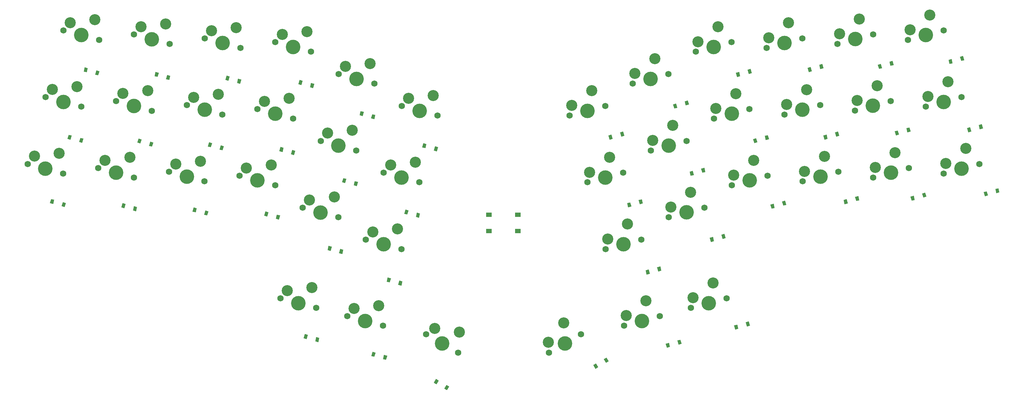
<source format=gts>
G04 #@! TF.GenerationSoftware,KiCad,Pcbnew,(5.1.12-1-10_14)*
G04 #@! TF.CreationDate,2022-10-16T17:34:36-04:00*
G04 #@! TF.ProjectId,ergo3by6plus3nonSplit,6572676f-3362-4793-9670-6c7573336e6f,rev?*
G04 #@! TF.SameCoordinates,Original*
G04 #@! TF.FileFunction,Soldermask,Top*
G04 #@! TF.FilePolarity,Negative*
%FSLAX46Y46*%
G04 Gerber Fmt 4.6, Leading zero omitted, Abs format (unit mm)*
G04 Created by KiCad (PCBNEW (5.1.12-1-10_14)) date 2022-10-16 17:34:36*
%MOMM*%
%LPD*%
G01*
G04 APERTURE LIST*
%ADD10R,1.550000X1.300000*%
%ADD11C,0.100000*%
%ADD12C,1.750000*%
%ADD13C,4.000000*%
%ADD14C,3.050000*%
G04 APERTURE END LIST*
D10*
X151760000Y-119650000D03*
X151760000Y-115150000D03*
X143800000Y-115150000D03*
X143800000Y-119650000D03*
D11*
G36*
X214714403Y-145948973D02*
G01*
X214403820Y-144789862D01*
X215273153Y-144556925D01*
X215583736Y-145716036D01*
X214714403Y-145948973D01*
G37*
G36*
X211526847Y-146803075D02*
G01*
X211216264Y-145643964D01*
X212085597Y-145411027D01*
X212396180Y-146570138D01*
X211526847Y-146803075D01*
G37*
G36*
X195904403Y-150968973D02*
G01*
X195593820Y-149809862D01*
X196463153Y-149576925D01*
X196773736Y-150736036D01*
X195904403Y-150968973D01*
G37*
G36*
X192716847Y-151823075D02*
G01*
X192406264Y-150663964D01*
X193275597Y-150431027D01*
X193586180Y-151590138D01*
X192716847Y-151823075D01*
G37*
G36*
X175929231Y-155959615D02*
G01*
X175329231Y-154920385D01*
X176108653Y-154470385D01*
X176708653Y-155509615D01*
X175929231Y-155959615D01*
G37*
G36*
X173071347Y-157609615D02*
G01*
X172471347Y-156570385D01*
X173250769Y-156120385D01*
X173850769Y-157159615D01*
X173071347Y-157609615D01*
G37*
G36*
X131499231Y-163069615D02*
G01*
X132099231Y-162030385D01*
X132878653Y-162480385D01*
X132278653Y-163519615D01*
X131499231Y-163069615D01*
G37*
G36*
X128641347Y-161419615D02*
G01*
X129241347Y-160380385D01*
X130020769Y-160830385D01*
X129420769Y-161869615D01*
X128641347Y-161419615D01*
G37*
G36*
X114643820Y-154900138D02*
G01*
X114954403Y-153741027D01*
X115823736Y-153973964D01*
X115513153Y-155133075D01*
X114643820Y-154900138D01*
G37*
G36*
X111456264Y-154046036D02*
G01*
X111766847Y-152886925D01*
X112636180Y-153119862D01*
X112325597Y-154278973D01*
X111456264Y-154046036D01*
G37*
G36*
X95993820Y-150020138D02*
G01*
X96304403Y-148861027D01*
X97173736Y-149093964D01*
X96863153Y-150253075D01*
X95993820Y-150020138D01*
G37*
G36*
X92806264Y-149166036D02*
G01*
X93116847Y-148006925D01*
X93986180Y-148239862D01*
X93675597Y-149398973D01*
X92806264Y-149166036D01*
G37*
G36*
X283334403Y-109218973D02*
G01*
X283023820Y-108059862D01*
X283893153Y-107826925D01*
X284203736Y-108986036D01*
X283334403Y-109218973D01*
G37*
G36*
X280146847Y-110073075D02*
G01*
X279836264Y-108913964D01*
X280705597Y-108681027D01*
X281016180Y-109840138D01*
X280146847Y-110073075D01*
G37*
G36*
X263224403Y-110418973D02*
G01*
X262913820Y-109259862D01*
X263783153Y-109026925D01*
X264093736Y-110186036D01*
X263224403Y-110418973D01*
G37*
G36*
X260036847Y-111273075D02*
G01*
X259726264Y-110113964D01*
X260595597Y-109881027D01*
X260906180Y-111040138D01*
X260036847Y-111273075D01*
G37*
G36*
X244804403Y-111368973D02*
G01*
X244493820Y-110209862D01*
X245363153Y-109976925D01*
X245673736Y-111136036D01*
X244804403Y-111368973D01*
G37*
G36*
X241616847Y-112223075D02*
G01*
X241306264Y-111063964D01*
X242175597Y-110831027D01*
X242486180Y-111990138D01*
X241616847Y-112223075D01*
G37*
G36*
X224704403Y-112628973D02*
G01*
X224393820Y-111469862D01*
X225263153Y-111236925D01*
X225573736Y-112396036D01*
X224704403Y-112628973D01*
G37*
G36*
X221516847Y-113483075D02*
G01*
X221206264Y-112323964D01*
X222075597Y-112091027D01*
X222386180Y-113250138D01*
X221516847Y-113483075D01*
G37*
G36*
X208024403Y-121798973D02*
G01*
X207713820Y-120639862D01*
X208583153Y-120406925D01*
X208893736Y-121566036D01*
X208024403Y-121798973D01*
G37*
G36*
X204836847Y-122653075D02*
G01*
X204526264Y-121493964D01*
X205395597Y-121261027D01*
X205706180Y-122420138D01*
X204836847Y-122653075D01*
G37*
G36*
X190364403Y-130778973D02*
G01*
X190053820Y-129619862D01*
X190923153Y-129386925D01*
X191233736Y-130546036D01*
X190364403Y-130778973D01*
G37*
G36*
X187176847Y-131633075D02*
G01*
X186866264Y-130473964D01*
X187735597Y-130241027D01*
X188046180Y-131400138D01*
X187176847Y-131633075D01*
G37*
G36*
X118843820Y-134430138D02*
G01*
X119154403Y-133271027D01*
X120023736Y-133503964D01*
X119713153Y-134663075D01*
X118843820Y-134430138D01*
G37*
G36*
X115656264Y-133576036D02*
G01*
X115966847Y-132416925D01*
X116836180Y-132649862D01*
X116525597Y-133808973D01*
X115656264Y-133576036D01*
G37*
G36*
X102583820Y-125730138D02*
G01*
X102894403Y-124571027D01*
X103763736Y-124803964D01*
X103453153Y-125963075D01*
X102583820Y-125730138D01*
G37*
G36*
X99396264Y-124876036D02*
G01*
X99706847Y-123716925D01*
X100576180Y-123949862D01*
X100265597Y-125108973D01*
X99396264Y-124876036D01*
G37*
G36*
X85183820Y-116260138D02*
G01*
X85494403Y-115101027D01*
X86363736Y-115333964D01*
X86053153Y-116493075D01*
X85183820Y-116260138D01*
G37*
G36*
X81996264Y-115406036D02*
G01*
X82306847Y-114246925D01*
X83176180Y-114479862D01*
X82865597Y-115638973D01*
X81996264Y-115406036D01*
G37*
G36*
X65473820Y-115110138D02*
G01*
X65784403Y-113951027D01*
X66653736Y-114183964D01*
X66343153Y-115343075D01*
X65473820Y-115110138D01*
G37*
G36*
X62286264Y-114256036D02*
G01*
X62596847Y-113096925D01*
X63466180Y-113329862D01*
X63155597Y-114488973D01*
X62286264Y-114256036D01*
G37*
G36*
X45873820Y-113960138D02*
G01*
X46184403Y-112801027D01*
X47053736Y-113033964D01*
X46743153Y-114193075D01*
X45873820Y-113960138D01*
G37*
G36*
X42686264Y-113106036D02*
G01*
X42996847Y-111946925D01*
X43866180Y-112179862D01*
X43555597Y-113338973D01*
X42686264Y-113106036D01*
G37*
G36*
X26263820Y-112810138D02*
G01*
X26574403Y-111651027D01*
X27443736Y-111883964D01*
X27133153Y-113043075D01*
X26263820Y-112810138D01*
G37*
G36*
X23076264Y-111956036D02*
G01*
X23386847Y-110796925D01*
X24256180Y-111029862D01*
X23945597Y-112188973D01*
X23076264Y-111956036D01*
G37*
G36*
X278774403Y-91588973D02*
G01*
X278463820Y-90429862D01*
X279333153Y-90196925D01*
X279643736Y-91356036D01*
X278774403Y-91588973D01*
G37*
G36*
X275586847Y-92443075D02*
G01*
X275276264Y-91283964D01*
X276145597Y-91051027D01*
X276456180Y-92210138D01*
X275586847Y-92443075D01*
G37*
G36*
X258874403Y-92458973D02*
G01*
X258563820Y-91299862D01*
X259433153Y-91066925D01*
X259743736Y-92226036D01*
X258874403Y-92458973D01*
G37*
G36*
X255686847Y-93313075D02*
G01*
X255376264Y-92153964D01*
X256245597Y-91921027D01*
X256556180Y-93080138D01*
X255686847Y-93313075D01*
G37*
G36*
X239264403Y-93618973D02*
G01*
X238953820Y-92459862D01*
X239823153Y-92226925D01*
X240133736Y-93386036D01*
X239264403Y-93618973D01*
G37*
G36*
X236076847Y-94473075D02*
G01*
X235766264Y-93313964D01*
X236635597Y-93081027D01*
X236946180Y-94240138D01*
X236076847Y-94473075D01*
G37*
G36*
X219944403Y-94578973D02*
G01*
X219633820Y-93419862D01*
X220503153Y-93186925D01*
X220813736Y-94346036D01*
X219944403Y-94578973D01*
G37*
G36*
X216756847Y-95433075D02*
G01*
X216446264Y-94273964D01*
X217315597Y-94041027D01*
X217626180Y-95200138D01*
X216756847Y-95433075D01*
G37*
G36*
X202464403Y-103568973D02*
G01*
X202153820Y-102409862D01*
X203023153Y-102176925D01*
X203333736Y-103336036D01*
X202464403Y-103568973D01*
G37*
G36*
X199276847Y-104423075D02*
G01*
X198966264Y-103263964D01*
X199835597Y-103031027D01*
X200146180Y-104190138D01*
X199276847Y-104423075D01*
G37*
G36*
X185274403Y-112258973D02*
G01*
X184963820Y-111099862D01*
X185833153Y-110866925D01*
X186143736Y-112026036D01*
X185274403Y-112258973D01*
G37*
G36*
X182086847Y-113113075D02*
G01*
X181776264Y-111953964D01*
X182645597Y-111721027D01*
X182956180Y-112880138D01*
X182086847Y-113113075D01*
G37*
G36*
X123683820Y-115720138D02*
G01*
X123994403Y-114561027D01*
X124863736Y-114793964D01*
X124553153Y-115953075D01*
X123683820Y-115720138D01*
G37*
G36*
X120496264Y-114866036D02*
G01*
X120806847Y-113706925D01*
X121676180Y-113939862D01*
X121365597Y-115098973D01*
X120496264Y-114866036D01*
G37*
G36*
X106583820Y-107040138D02*
G01*
X106894403Y-105881027D01*
X107763736Y-106113964D01*
X107453153Y-107273075D01*
X106583820Y-107040138D01*
G37*
G36*
X103396264Y-106186036D02*
G01*
X103706847Y-105026925D01*
X104576180Y-105259862D01*
X104265597Y-106418973D01*
X103396264Y-106186036D01*
G37*
G36*
X89343820Y-98460138D02*
G01*
X89654403Y-97301027D01*
X90523736Y-97533964D01*
X90213153Y-98693075D01*
X89343820Y-98460138D01*
G37*
G36*
X86156264Y-97606036D02*
G01*
X86466847Y-96446925D01*
X87336180Y-96679862D01*
X87025597Y-97838973D01*
X86156264Y-97606036D01*
G37*
G36*
X69693820Y-97170138D02*
G01*
X70004403Y-96011027D01*
X70873736Y-96243964D01*
X70563153Y-97403075D01*
X69693820Y-97170138D01*
G37*
G36*
X66506264Y-96316036D02*
G01*
X66816847Y-95156925D01*
X67686180Y-95389862D01*
X67375597Y-96548973D01*
X66506264Y-96316036D01*
G37*
G36*
X50303820Y-96140138D02*
G01*
X50614403Y-94981027D01*
X51483736Y-95213964D01*
X51173153Y-96373075D01*
X50303820Y-96140138D01*
G37*
G36*
X47116264Y-95286036D02*
G01*
X47426847Y-94126925D01*
X48296180Y-94359862D01*
X47985597Y-95518973D01*
X47116264Y-95286036D01*
G37*
G36*
X31083820Y-95110138D02*
G01*
X31394403Y-93951027D01*
X32263736Y-94183964D01*
X31953153Y-95343075D01*
X31083820Y-95110138D01*
G37*
G36*
X27896264Y-94256036D02*
G01*
X28206847Y-93096925D01*
X29076180Y-93329862D01*
X28765597Y-94488973D01*
X27896264Y-94256036D01*
G37*
G36*
X273654403Y-72748973D02*
G01*
X273343820Y-71589862D01*
X274213153Y-71356925D01*
X274523736Y-72516036D01*
X273654403Y-72748973D01*
G37*
G36*
X270466847Y-73603075D02*
G01*
X270156264Y-72443964D01*
X271025597Y-72211027D01*
X271336180Y-73370138D01*
X270466847Y-73603075D01*
G37*
G36*
X254234403Y-74108973D02*
G01*
X253923820Y-72949862D01*
X254793153Y-72716925D01*
X255103736Y-73876036D01*
X254234403Y-74108973D01*
G37*
G36*
X251046847Y-74963075D02*
G01*
X250736264Y-73803964D01*
X251605597Y-73571027D01*
X251916180Y-74730138D01*
X251046847Y-74963075D01*
G37*
G36*
X234924403Y-74968973D02*
G01*
X234613820Y-73809862D01*
X235483153Y-73576925D01*
X235793736Y-74736036D01*
X234924403Y-74968973D01*
G37*
G36*
X231736847Y-75823075D02*
G01*
X231426264Y-74663964D01*
X232295597Y-74431027D01*
X232606180Y-75590138D01*
X231736847Y-75823075D01*
G37*
G36*
X215214403Y-76328973D02*
G01*
X214903820Y-75169862D01*
X215773153Y-74936925D01*
X216083736Y-76096036D01*
X215214403Y-76328973D01*
G37*
G36*
X212026847Y-77183075D02*
G01*
X211716264Y-76023964D01*
X212585597Y-75791027D01*
X212896180Y-76950138D01*
X212026847Y-77183075D01*
G37*
G36*
X197924403Y-85018973D02*
G01*
X197613820Y-83859862D01*
X198483153Y-83626925D01*
X198793736Y-84786036D01*
X197924403Y-85018973D01*
G37*
G36*
X194736847Y-85873075D02*
G01*
X194426264Y-84713964D01*
X195295597Y-84481027D01*
X195606180Y-85640138D01*
X194736847Y-85873075D01*
G37*
G36*
X180154403Y-93618973D02*
G01*
X179843820Y-92459862D01*
X180713153Y-92226925D01*
X181023736Y-93386036D01*
X180154403Y-93618973D01*
G37*
G36*
X176966847Y-94473075D02*
G01*
X176656264Y-93313964D01*
X177525597Y-93081027D01*
X177836180Y-94240138D01*
X176966847Y-94473075D01*
G37*
G36*
X128633820Y-97430138D02*
G01*
X128944403Y-96271027D01*
X129813736Y-96503964D01*
X129503153Y-97663075D01*
X128633820Y-97430138D01*
G37*
G36*
X125446264Y-96576036D02*
G01*
X125756847Y-95416925D01*
X126626180Y-95649862D01*
X126315597Y-96808973D01*
X125446264Y-96576036D01*
G37*
G36*
X111393820Y-88590138D02*
G01*
X111704403Y-87431027D01*
X112573736Y-87663964D01*
X112263153Y-88823075D01*
X111393820Y-88590138D01*
G37*
G36*
X108206264Y-87736036D02*
G01*
X108516847Y-86576925D01*
X109386180Y-86809862D01*
X109075597Y-87968973D01*
X108206264Y-87736036D01*
G37*
G36*
X94573820Y-80010138D02*
G01*
X94884403Y-78851027D01*
X95753736Y-79083964D01*
X95443153Y-80243075D01*
X94573820Y-80010138D01*
G37*
G36*
X91386264Y-79156036D02*
G01*
X91696847Y-77996925D01*
X92566180Y-78229862D01*
X92255597Y-79388973D01*
X91386264Y-79156036D01*
G37*
G36*
X74493820Y-78810138D02*
G01*
X74804403Y-77651027D01*
X75673736Y-77883964D01*
X75363153Y-79043075D01*
X74493820Y-78810138D01*
G37*
G36*
X71306264Y-77956036D02*
G01*
X71616847Y-76796925D01*
X72486180Y-77029862D01*
X72175597Y-78188973D01*
X71306264Y-77956036D01*
G37*
G36*
X55003820Y-77780138D02*
G01*
X55314403Y-76621027D01*
X56183736Y-76853964D01*
X55873153Y-78013075D01*
X55003820Y-77780138D01*
G37*
G36*
X51816264Y-76926036D02*
G01*
X52126847Y-75766925D01*
X52996180Y-75999862D01*
X52685597Y-77158973D01*
X51816264Y-76926036D01*
G37*
G36*
X35513820Y-76510138D02*
G01*
X35824403Y-75351027D01*
X36693736Y-75583964D01*
X36383153Y-76743075D01*
X35513820Y-76510138D01*
G37*
G36*
X32326264Y-75656036D02*
G01*
X32636847Y-74496925D01*
X33506180Y-74729862D01*
X33195597Y-75888973D01*
X32326264Y-75656036D01*
G37*
D12*
X114656903Y-145739801D03*
X104843097Y-143110199D03*
D13*
X109750000Y-144425000D03*
D14*
X113518252Y-140175497D03*
X106727223Y-140985448D03*
D12*
X209176903Y-138175199D03*
X199363097Y-140804801D03*
D13*
X204270000Y-139490000D03*
D14*
X205408651Y-133925696D03*
X199932422Y-138022649D03*
D12*
X190756903Y-143105199D03*
X180943097Y-145734801D03*
D13*
X185850000Y-144420000D03*
D14*
X186988651Y-138855696D03*
X181512422Y-142952649D03*
D12*
X96256903Y-140804801D03*
X86443097Y-138175199D03*
D13*
X91350000Y-139490000D03*
D14*
X95118252Y-135240497D03*
X88327223Y-136050448D03*
D12*
X278686903Y-101145199D03*
X268873097Y-103774801D03*
D13*
X273780000Y-102460000D03*
D14*
X274918651Y-96895696D03*
X269442422Y-100992649D03*
D12*
X259266903Y-102255199D03*
X249453097Y-104884801D03*
D13*
X254360000Y-103570000D03*
D14*
X255498651Y-98005696D03*
X250022422Y-102102649D03*
D12*
X239846903Y-103315199D03*
X230033097Y-105944801D03*
D13*
X234940000Y-104630000D03*
D14*
X236078651Y-99065696D03*
X230602422Y-103162649D03*
D12*
X220381903Y-104385199D03*
X210568097Y-107014801D03*
D13*
X215475000Y-105700000D03*
D14*
X216613651Y-100135696D03*
X211137422Y-104232649D03*
D12*
X203031903Y-113175199D03*
X193218097Y-115804801D03*
D13*
X198125000Y-114490000D03*
D14*
X199263651Y-108925696D03*
X193787422Y-113022649D03*
D12*
X185676903Y-121965199D03*
X175863097Y-124594801D03*
D13*
X180770000Y-123280000D03*
D14*
X181908651Y-117715696D03*
X176432422Y-121812649D03*
D12*
X119756903Y-124614801D03*
X109943097Y-121985199D03*
D13*
X114850000Y-123300000D03*
D14*
X118618252Y-119050497D03*
X111827223Y-119860448D03*
D12*
X102386903Y-115824801D03*
X92573097Y-113195199D03*
D13*
X97480000Y-114510000D03*
D14*
X101248252Y-110260497D03*
X94457223Y-111070448D03*
D12*
X85031903Y-107014801D03*
X75218097Y-104385199D03*
D13*
X80125000Y-105700000D03*
D14*
X83893252Y-101450497D03*
X77102223Y-102260448D03*
D12*
X65596903Y-105944801D03*
X55783097Y-103315199D03*
D13*
X60690000Y-104630000D03*
D14*
X64458252Y-100380497D03*
X57667223Y-101190448D03*
D12*
X46166903Y-104884801D03*
X36353097Y-102255199D03*
D13*
X41260000Y-103570000D03*
D14*
X45028252Y-99320497D03*
X38237223Y-100130448D03*
D12*
X26731903Y-103764801D03*
X16918097Y-101135199D03*
D13*
X21825000Y-102450000D03*
D14*
X25593252Y-98200497D03*
X18802223Y-99010448D03*
D12*
X273766903Y-82735199D03*
X263953097Y-85364801D03*
D13*
X268860000Y-84050000D03*
D14*
X269998651Y-78485696D03*
X264522422Y-82582649D03*
D12*
X254306903Y-83810199D03*
X244493097Y-86439801D03*
D13*
X249400000Y-85125000D03*
D14*
X250538651Y-79560696D03*
X245062422Y-83657649D03*
D12*
X234906903Y-84910199D03*
X225093097Y-87539801D03*
D13*
X230000000Y-86225000D03*
D14*
X231138651Y-80660696D03*
X225662422Y-84757649D03*
D12*
X215456903Y-86010199D03*
X205643097Y-88639801D03*
D13*
X210550000Y-87325000D03*
D14*
X211688651Y-81760696D03*
X206212422Y-85857649D03*
D12*
X198106903Y-94785199D03*
X188293097Y-97414801D03*
D13*
X193200000Y-96100000D03*
D14*
X194338651Y-90535696D03*
X188862422Y-94632649D03*
D12*
X180736903Y-103575199D03*
X170923097Y-106204801D03*
D13*
X175830000Y-104890000D03*
D14*
X176968651Y-99325696D03*
X171492422Y-103422649D03*
D12*
X124686903Y-106204801D03*
X114873097Y-103575199D03*
D13*
X119780000Y-104890000D03*
D14*
X123548252Y-100640497D03*
X116757223Y-101450448D03*
D12*
X107331903Y-97414801D03*
X97518097Y-94785199D03*
D13*
X102425000Y-96100000D03*
D14*
X106193252Y-91850497D03*
X99402223Y-92660448D03*
D12*
X89956903Y-88639801D03*
X80143097Y-86010199D03*
D13*
X85050000Y-87325000D03*
D14*
X88818252Y-83075497D03*
X82027223Y-83885448D03*
D12*
X70506903Y-87539801D03*
X60693097Y-84910199D03*
D13*
X65600000Y-86225000D03*
D14*
X69368252Y-81975497D03*
X62577223Y-82785448D03*
D12*
X51089680Y-86484353D03*
X41275874Y-83854751D03*
D13*
X46182777Y-85169552D03*
D14*
X49951029Y-80920049D03*
X43160000Y-81730000D03*
D12*
X31656903Y-85364801D03*
X21843097Y-82735199D03*
D13*
X26750000Y-84050000D03*
D14*
X30518252Y-79800497D03*
X23727223Y-80610448D03*
D12*
X268831903Y-64335199D03*
X259018097Y-66964801D03*
D13*
X263925000Y-65650000D03*
D14*
X265063651Y-60085696D03*
X259587422Y-64182649D03*
D12*
X249431903Y-65435199D03*
X239618097Y-68064801D03*
D13*
X244525000Y-66750000D03*
D14*
X245663651Y-61185696D03*
X240187422Y-65282649D03*
D12*
X229956903Y-66510199D03*
X220143097Y-69139801D03*
D13*
X225050000Y-67825000D03*
D14*
X226188651Y-62260696D03*
X220712422Y-66357649D03*
D12*
X210531903Y-67585199D03*
X200718097Y-70214801D03*
D13*
X205625000Y-68900000D03*
D14*
X206763651Y-63335696D03*
X201287422Y-67432649D03*
D12*
X193176903Y-76385199D03*
X183363097Y-79014801D03*
D13*
X188270000Y-77700000D03*
D14*
X189408651Y-72135696D03*
X183932422Y-76232649D03*
D12*
X175806903Y-85175199D03*
X165993097Y-87804801D03*
D13*
X170900000Y-86490000D03*
D14*
X172038651Y-80925696D03*
X166562422Y-85022649D03*
D12*
X129606903Y-87814801D03*
X119793097Y-85185199D03*
D13*
X124700000Y-86500000D03*
D14*
X128468252Y-82250497D03*
X121677223Y-83060448D03*
D12*
X112256903Y-79014801D03*
X102443097Y-76385199D03*
D13*
X107350000Y-77700000D03*
D14*
X111118252Y-73450497D03*
X104327223Y-74260448D03*
D12*
X94881903Y-70214801D03*
X85068097Y-67585199D03*
D13*
X89975000Y-68900000D03*
D14*
X93743252Y-64650497D03*
X86952223Y-65460448D03*
D12*
X75456903Y-69139801D03*
X65643097Y-66510199D03*
D13*
X70550000Y-67825000D03*
D14*
X74318252Y-63575497D03*
X67527223Y-64385448D03*
D12*
X56006903Y-68089801D03*
X46193097Y-65460199D03*
D13*
X51100000Y-66775000D03*
D14*
X54868252Y-62525497D03*
X48077223Y-63335448D03*
D12*
X36579871Y-66963763D03*
X26766065Y-64334161D03*
D13*
X31672968Y-65648962D03*
D14*
X35441220Y-61399459D03*
X28650191Y-62209410D03*
D12*
X135319409Y-153140000D03*
X126520591Y-148060000D03*
D13*
X130920000Y-150600000D03*
D14*
X135659705Y-147470591D03*
X128890443Y-146495295D03*
D12*
X169079409Y-148060000D03*
X160280591Y-153140000D03*
D13*
X164680000Y-150600000D03*
D14*
X164339705Y-144930591D03*
X160110443Y-150305295D03*
M02*

</source>
